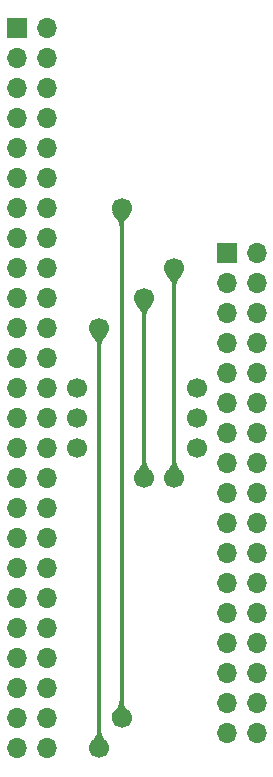
<source format=gbr>
%TF.GenerationSoftware,KiCad,Pcbnew,7.0.7-7.0.7~ubuntu22.04.1*%
%TF.CreationDate,2023-09-04T23:59:45-04:00*%
%TF.ProjectId,fd50to34,66643530-746f-4333-942e-6b696361645f,rev?*%
%TF.SameCoordinates,Original*%
%TF.FileFunction,Copper,L1,Top*%
%TF.FilePolarity,Positive*%
%FSLAX46Y46*%
G04 Gerber Fmt 4.6, Leading zero omitted, Abs format (unit mm)*
G04 Created by KiCad (PCBNEW 7.0.7-7.0.7~ubuntu22.04.1) date 2023-09-04 23:59:45*
%MOMM*%
%LPD*%
G01*
G04 APERTURE LIST*
%TA.AperFunction,ComponentPad*%
%ADD10R,1.700000X1.700000*%
%TD*%
%TA.AperFunction,ComponentPad*%
%ADD11O,1.700000X1.700000*%
%TD*%
%TA.AperFunction,ViaPad*%
%ADD12C,1.700000*%
%TD*%
%TA.AperFunction,Conductor*%
%ADD13C,0.350000*%
%TD*%
G04 APERTURE END LIST*
D10*
%TO.P,J2,1,GND*%
%TO.N,GND*%
X17780000Y-19050000D03*
D11*
%TO.P,J2,2,~{DCD}/~{REDWC}*%
%TO.N,Net-(J1-~{DSKCHG})*%
X20320000Y-19050000D03*
%TO.P,J2,3,GND*%
%TO.N,GND*%
X17780000Y-21590000D03*
%TO.P,J2,4,~{INUSE}*%
%TO.N,unconnected-(J2-~{INUSE}-Pad4)*%
X20320000Y-21590000D03*
%TO.P,J2,5,GND*%
%TO.N,GND*%
X17780000Y-24130000D03*
%TO.P,J2,6,~{DS3}*%
%TO.N,Net-(J1-~{DS3})*%
X20320000Y-24130000D03*
%TO.P,J2,7,GND*%
%TO.N,GND*%
X17780000Y-26670000D03*
%TO.P,J2,8,~{INDEX}*%
%TO.N,Net-(J1-~{INDEX})*%
X20320000Y-26670000D03*
%TO.P,J2,9,GND*%
%TO.N,GND*%
X17780000Y-29210000D03*
%TO.P,J2,10,~{DS0}/~{MOTEA}*%
%TO.N,Net-(J1-~{DS0})*%
X20320000Y-29210000D03*
%TO.P,J2,11,GND*%
%TO.N,GND*%
X17780000Y-31750000D03*
%TO.P,J2,12,~{DS1}/~{DRVSB}*%
%TO.N,Net-(J1-~{DS1})*%
X20320000Y-31750000D03*
%TO.P,J2,13,GND*%
%TO.N,GND*%
X17780000Y-34290000D03*
%TO.P,J2,14,~{DS2}/~{DRVSA}*%
%TO.N,Net-(J1-~{DS2})*%
X20320000Y-34290000D03*
%TO.P,J2,15,GND*%
%TO.N,GND*%
X17780000Y-36830000D03*
%TO.P,J2,16,~{MTRON}/~{MOTEB}*%
%TO.N,Net-(J1-~{HLD})*%
X20320000Y-36830000D03*
%TO.P,J2,17,GND*%
%TO.N,GND*%
X17780000Y-39370000D03*
%TO.P,J2,18,~{DIR}*%
%TO.N,Net-(J1-~{DIR})*%
X20320000Y-39370000D03*
%TO.P,J2,19,GND*%
%TO.N,GND*%
X17780000Y-41910000D03*
%TO.P,J2,20,~{STEP}*%
%TO.N,Net-(J1-~{STEP})*%
X20320000Y-41910000D03*
%TO.P,J2,21,GND*%
%TO.N,GND*%
X17780000Y-44450000D03*
%TO.P,J2,22,~{WDATA}*%
%TO.N,Net-(J1-~{WDATA})*%
X20320000Y-44450000D03*
%TO.P,J2,23,GND*%
%TO.N,GND*%
X17780000Y-46990000D03*
%TO.P,J2,24,~{WGATE}*%
%TO.N,Net-(J1-~{WGATE})*%
X20320000Y-46990000D03*
%TO.P,J2,25,GND*%
%TO.N,GND*%
X17780000Y-49530000D03*
%TO.P,J2,26,~{TRK00}*%
%TO.N,Net-(J1-~{TRK00})*%
X20320000Y-49530000D03*
%TO.P,J2,27,GND*%
%TO.N,GND*%
X17780000Y-52070000D03*
%TO.P,J2,28,~{WPT}*%
%TO.N,Net-(J1-~{WPT})*%
X20320000Y-52070000D03*
%TO.P,J2,29,GND*%
%TO.N,GND*%
X17780000Y-54610000D03*
%TO.P,J2,30,~{RDATA}*%
%TO.N,Net-(J1-~{RDATA})*%
X20320000Y-54610000D03*
%TO.P,J2,31,GND*%
%TO.N,GND*%
X17780000Y-57150000D03*
%TO.P,J2,32,~{SIDE1}*%
%TO.N,Net-(J1-~{SIDE1})*%
X20320000Y-57150000D03*
%TO.P,J2,33,GND*%
%TO.N,GND*%
X17780000Y-59690000D03*
%TO.P,J2,34,~{RDY}/~{DSKCHG}*%
%TO.N,Net-(J1-~{READY})*%
X20320000Y-59690000D03*
%TD*%
D10*
%TO.P,J1,1,GND*%
%TO.N,GND*%
X0Y0D03*
D11*
%TO.P,J1,2,/~{REDWC}*%
%TO.N,unconnected-(J1-{slash}~{REDWC}-Pad2)*%
X2540000Y0D03*
%TO.P,J1,3,GND*%
%TO.N,GND*%
X0Y-2540000D03*
%TO.P,J1,4,~{MTROFF0}*%
%TO.N,unconnected-(J1-~{MTROFF0}-Pad4)*%
X2540000Y-2540000D03*
%TO.P,J1,5,GND*%
%TO.N,GND*%
X0Y-5080000D03*
%TO.P,J1,6,~{MTROFF1}*%
%TO.N,unconnected-(J1-~{MTROFF1}-Pad6)*%
X2540000Y-5080000D03*
%TO.P,J1,7,GND*%
%TO.N,GND*%
X0Y-7620000D03*
%TO.P,J1,8,~{MTROFF2}*%
%TO.N,unconnected-(J1-~{MTROFF2}-Pad8)*%
X2540000Y-7620000D03*
%TO.P,J1,9,GND*%
%TO.N,GND*%
X0Y-10160000D03*
%TO.P,J1,10,~{FD2S}*%
X2540000Y-10160000D03*
%TO.P,J1,11,GND*%
X0Y-12700000D03*
%TO.P,J1,12,~{DSKCHG}*%
%TO.N,Net-(J1-~{DSKCHG})*%
X2540000Y-12700000D03*
%TO.P,J1,13,GND*%
%TO.N,GND*%
X0Y-15240000D03*
%TO.P,J1,14,~{SIDE1}*%
%TO.N,Net-(J1-~{SIDE1})*%
X2540000Y-15240000D03*
%TO.P,J1,15,GND*%
%TO.N,GND*%
X0Y-17780000D03*
%TO.P,J1,16,~{INUSE}/~{DLOCK}*%
%TO.N,unconnected-(J1-~{INUSE}{slash}~{DLOCK}-Pad16)*%
X2540000Y-17780000D03*
%TO.P,J1,17,GND*%
%TO.N,GND*%
X0Y-20320000D03*
%TO.P,J1,18,~{HLD}*%
%TO.N,Net-(J1-~{HLD})*%
X2540000Y-20320000D03*
%TO.P,J1,19,GND*%
%TO.N,GND*%
X0Y-22860000D03*
%TO.P,J1,20,~{INDEX}*%
%TO.N,Net-(J1-~{INDEX})*%
X2540000Y-22860000D03*
%TO.P,J1,21,GND*%
%TO.N,GND*%
X0Y-25400000D03*
%TO.P,J1,22,~{READY}*%
%TO.N,Net-(J1-~{READY})*%
X2540000Y-25400000D03*
%TO.P,J1,23,GND*%
%TO.N,GND*%
X0Y-27940000D03*
%TO.P,J1,24,~{SECTOR}/~{MTROFF3}*%
%TO.N,unconnected-(J1-~{SECTOR}{slash}~{MTROFF3}-Pad24)*%
X2540000Y-27940000D03*
%TO.P,J1,25,GND*%
%TO.N,GND*%
X0Y-30480000D03*
%TO.P,J1,26,~{DS0}*%
%TO.N,Net-(J1-~{DS0})*%
X2540000Y-30480000D03*
%TO.P,J1,27,GND*%
%TO.N,GND*%
X0Y-33020000D03*
%TO.P,J1,28,~{DS1}*%
%TO.N,Net-(J1-~{DS1})*%
X2540000Y-33020000D03*
%TO.P,J1,29,GND*%
%TO.N,GND*%
X0Y-35560000D03*
%TO.P,J1,30,~{DS2}*%
%TO.N,Net-(J1-~{DS2})*%
X2540000Y-35560000D03*
%TO.P,J1,31,GND*%
%TO.N,GND*%
X0Y-38100000D03*
%TO.P,J1,32,~{DS3}*%
%TO.N,Net-(J1-~{DS3})*%
X2540000Y-38100000D03*
%TO.P,J1,33,GND*%
%TO.N,GND*%
X0Y-40640000D03*
%TO.P,J1,34,~{DIR}*%
%TO.N,Net-(J1-~{DIR})*%
X2540000Y-40640000D03*
%TO.P,J1,35,GND*%
%TO.N,GND*%
X0Y-43180000D03*
%TO.P,J1,36,~{STEP}*%
%TO.N,Net-(J1-~{STEP})*%
X2540000Y-43180000D03*
%TO.P,J1,37,GND*%
%TO.N,GND*%
X0Y-45720000D03*
%TO.P,J1,38,~{WDATA}*%
%TO.N,Net-(J1-~{WDATA})*%
X2540000Y-45720000D03*
%TO.P,J1,39,GND*%
%TO.N,GND*%
X0Y-48260000D03*
%TO.P,J1,40,~{WGATE}*%
%TO.N,Net-(J1-~{WGATE})*%
X2540000Y-48260000D03*
%TO.P,J1,41,GND*%
%TO.N,GND*%
X0Y-50800000D03*
%TO.P,J1,42,~{TRK00}*%
%TO.N,Net-(J1-~{TRK00})*%
X2540000Y-50800000D03*
%TO.P,J1,43,GND*%
%TO.N,GND*%
X0Y-53340000D03*
%TO.P,J1,44,~{WPT}*%
%TO.N,Net-(J1-~{WPT})*%
X2540000Y-53340000D03*
%TO.P,J1,45,GND*%
%TO.N,GND*%
X0Y-55880000D03*
%TO.P,J1,46,~{RDATA}*%
%TO.N,Net-(J1-~{RDATA})*%
X2540000Y-55880000D03*
%TO.P,J1,47,GND*%
%TO.N,GND*%
X0Y-58420000D03*
%TO.P,J1,48,~{SEPDATA}*%
%TO.N,unconnected-(J1-~{SEPDATA}-Pad48)*%
X2540000Y-58420000D03*
%TO.P,J1,49,GND*%
%TO.N,GND*%
X0Y-60960000D03*
%TO.P,J1,50,~{SEPCLOCK}*%
%TO.N,unconnected-(J1-~{SEPCLOCK}-Pad50)*%
X2540000Y-60960000D03*
%TD*%
D12*
%TO.N,Net-(J1-~{HLD})*%
X13335000Y-20320000D03*
X13335000Y-38100000D03*
%TO.N,Net-(J1-~{DS2})*%
X15240000Y-35560000D03*
X5080000Y-35560000D03*
%TO.N,Net-(J1-~{DS1})*%
X15240000Y-33020000D03*
X5080000Y-33020000D03*
%TO.N,Net-(J1-~{DS0})*%
X15240000Y-30480000D03*
X5080000Y-30480000D03*
%TO.N,Net-(J1-~{DS3})*%
X10795000Y-38100000D03*
X10795000Y-22860000D03*
%TO.N,Net-(J1-~{READY})*%
X6985000Y-25400000D03*
X6985000Y-60960000D03*
%TO.N,Net-(J1-~{SIDE1})*%
X8890000Y-15240000D03*
X8890000Y-58420000D03*
%TD*%
D13*
%TO.N,Net-(J1-~{DS3})*%
X10795000Y-22860000D02*
X10795000Y-38100000D01*
%TO.N,Net-(J1-~{HLD})*%
X13335000Y-38100000D02*
X13335000Y-20320000D01*
%TO.N,Net-(J1-~{READY})*%
X6985000Y-60960000D02*
X6985000Y-25400000D01*
%TO.N,Net-(J1-~{SIDE1})*%
X8890000Y-15240000D02*
X8890000Y-58420000D01*
%TD*%
%TA.AperFunction,Conductor*%
%TO.N,Net-(J1-~{DS3})*%
G36*
X10967884Y-36573427D02*
G01*
X10971229Y-36580317D01*
X11008663Y-36894690D01*
X11008663Y-36894691D01*
X11008664Y-36894694D01*
X11110404Y-37106098D01*
X11110405Y-37106099D01*
X11110406Y-37106101D01*
X11253842Y-37275627D01*
X11416887Y-37473829D01*
X11418136Y-37475685D01*
X11574113Y-37763314D01*
X11575044Y-37772220D01*
X11569405Y-37779176D01*
X11568317Y-37779696D01*
X10799489Y-38099134D01*
X10790534Y-38099143D01*
X10790511Y-38099134D01*
X10021682Y-37779696D01*
X10015357Y-37773357D01*
X10015366Y-37764402D01*
X10015880Y-37763325D01*
X10171867Y-37475676D01*
X10173104Y-37473838D01*
X10336157Y-37275627D01*
X10479595Y-37106098D01*
X10581335Y-36894694D01*
X10618771Y-36580316D01*
X10623152Y-36572507D01*
X10630389Y-36570000D01*
X10959611Y-36570000D01*
X10967884Y-36573427D01*
G37*
%TD.AperFunction*%
%TD*%
%TA.AperFunction,Conductor*%
%TO.N,Net-(J1-~{DS3})*%
G36*
X10799488Y-22860865D02*
G01*
X11568317Y-23180303D01*
X11574642Y-23186642D01*
X11574633Y-23195597D01*
X11574113Y-23196685D01*
X11418136Y-23484313D01*
X11416887Y-23486169D01*
X11253842Y-23684372D01*
X11110406Y-23853896D01*
X11008663Y-24065307D01*
X10971229Y-24379683D01*
X10966848Y-24387493D01*
X10959611Y-24390000D01*
X10630389Y-24390000D01*
X10622116Y-24386573D01*
X10618771Y-24379683D01*
X10581335Y-24065307D01*
X10581335Y-24065304D01*
X10479595Y-23853900D01*
X10336157Y-23684372D01*
X10173108Y-23486165D01*
X10171865Y-23484317D01*
X10015885Y-23196684D01*
X10014955Y-23187779D01*
X10020594Y-23180823D01*
X10021674Y-23180306D01*
X10790511Y-22860864D01*
X10799465Y-22860856D01*
X10799488Y-22860865D01*
G37*
%TD.AperFunction*%
%TD*%
%TA.AperFunction,Conductor*%
%TO.N,Net-(J1-~{HLD})*%
G36*
X13339489Y-20320865D02*
G01*
X14108317Y-20640303D01*
X14114642Y-20646642D01*
X14114633Y-20655597D01*
X14114113Y-20656685D01*
X13958136Y-20944313D01*
X13956887Y-20946169D01*
X13793842Y-21144372D01*
X13650406Y-21313896D01*
X13548663Y-21525307D01*
X13511229Y-21839683D01*
X13506848Y-21847493D01*
X13499611Y-21850000D01*
X13170389Y-21850000D01*
X13162116Y-21846573D01*
X13158771Y-21839683D01*
X13121335Y-21525307D01*
X13121335Y-21525304D01*
X13019595Y-21313900D01*
X12876157Y-21144372D01*
X12713108Y-20946165D01*
X12711865Y-20944317D01*
X12555885Y-20656684D01*
X12554955Y-20647779D01*
X12560594Y-20640823D01*
X12561674Y-20640306D01*
X13330511Y-20320864D01*
X13339466Y-20320856D01*
X13339489Y-20320865D01*
G37*
%TD.AperFunction*%
%TD*%
%TA.AperFunction,Conductor*%
%TO.N,Net-(J1-~{HLD})*%
G36*
X13507884Y-36573427D02*
G01*
X13511229Y-36580317D01*
X13548663Y-36894690D01*
X13548663Y-36894691D01*
X13548664Y-36894694D01*
X13650404Y-37106098D01*
X13650405Y-37106099D01*
X13650406Y-37106101D01*
X13793842Y-37275627D01*
X13956887Y-37473829D01*
X13958136Y-37475685D01*
X14114113Y-37763314D01*
X14115044Y-37772220D01*
X14109405Y-37779176D01*
X14108317Y-37779696D01*
X13339489Y-38099134D01*
X13330534Y-38099143D01*
X13330511Y-38099134D01*
X12561682Y-37779696D01*
X12555357Y-37773357D01*
X12555366Y-37764402D01*
X12555880Y-37763325D01*
X12711867Y-37475676D01*
X12713104Y-37473838D01*
X12876157Y-37275627D01*
X13019595Y-37106098D01*
X13121335Y-36894694D01*
X13158771Y-36580316D01*
X13163152Y-36572507D01*
X13170389Y-36570000D01*
X13499611Y-36570000D01*
X13507884Y-36573427D01*
G37*
%TD.AperFunction*%
%TD*%
%TA.AperFunction,Conductor*%
%TO.N,Net-(J1-~{READY})*%
G36*
X6989488Y-25400865D02*
G01*
X7758317Y-25720303D01*
X7764642Y-25726642D01*
X7764633Y-25735597D01*
X7764113Y-25736685D01*
X7608136Y-26024313D01*
X7606887Y-26026169D01*
X7443842Y-26224372D01*
X7300406Y-26393896D01*
X7198663Y-26605307D01*
X7161229Y-26919683D01*
X7156848Y-26927493D01*
X7149611Y-26930000D01*
X6820389Y-26930000D01*
X6812116Y-26926573D01*
X6808771Y-26919683D01*
X6771335Y-26605307D01*
X6771335Y-26605304D01*
X6669595Y-26393900D01*
X6526157Y-26224372D01*
X6363108Y-26026165D01*
X6361865Y-26024317D01*
X6205885Y-25736684D01*
X6204955Y-25727779D01*
X6210594Y-25720823D01*
X6211674Y-25720306D01*
X6980511Y-25400864D01*
X6989465Y-25400856D01*
X6989488Y-25400865D01*
G37*
%TD.AperFunction*%
%TD*%
%TA.AperFunction,Conductor*%
%TO.N,Net-(J1-~{READY})*%
G36*
X7157884Y-59433427D02*
G01*
X7161229Y-59440317D01*
X7198663Y-59754690D01*
X7198663Y-59754691D01*
X7198664Y-59754694D01*
X7300404Y-59966098D01*
X7300405Y-59966099D01*
X7300406Y-59966101D01*
X7443842Y-60135627D01*
X7606887Y-60333829D01*
X7608136Y-60335685D01*
X7764113Y-60623314D01*
X7765044Y-60632220D01*
X7759405Y-60639176D01*
X7758317Y-60639696D01*
X6989489Y-60959134D01*
X6980534Y-60959143D01*
X6980511Y-60959134D01*
X6211682Y-60639696D01*
X6205357Y-60633357D01*
X6205366Y-60624402D01*
X6205880Y-60623325D01*
X6361867Y-60335676D01*
X6363104Y-60333838D01*
X6526157Y-60135627D01*
X6669595Y-59966098D01*
X6771335Y-59754694D01*
X6808771Y-59440316D01*
X6813152Y-59432507D01*
X6820389Y-59430000D01*
X7149611Y-59430000D01*
X7157884Y-59433427D01*
G37*
%TD.AperFunction*%
%TD*%
%TA.AperFunction,Conductor*%
%TO.N,Net-(J1-~{SIDE1})*%
G36*
X8894489Y-15240865D02*
G01*
X9663317Y-15560303D01*
X9669642Y-15566642D01*
X9669633Y-15575597D01*
X9669113Y-15576685D01*
X9513136Y-15864313D01*
X9511887Y-15866169D01*
X9348842Y-16064372D01*
X9205406Y-16233896D01*
X9103663Y-16445307D01*
X9066229Y-16759683D01*
X9061848Y-16767493D01*
X9054611Y-16770000D01*
X8725389Y-16770000D01*
X8717116Y-16766573D01*
X8713771Y-16759683D01*
X8676335Y-16445307D01*
X8676335Y-16445304D01*
X8574595Y-16233900D01*
X8431157Y-16064372D01*
X8268108Y-15866165D01*
X8266865Y-15864317D01*
X8110885Y-15576684D01*
X8109955Y-15567779D01*
X8115594Y-15560823D01*
X8116674Y-15560306D01*
X8885511Y-15240864D01*
X8894466Y-15240856D01*
X8894489Y-15240865D01*
G37*
%TD.AperFunction*%
%TD*%
%TA.AperFunction,Conductor*%
%TO.N,Net-(J1-~{SIDE1})*%
G36*
X9062884Y-56893427D02*
G01*
X9066229Y-56900317D01*
X9103663Y-57214690D01*
X9103663Y-57214691D01*
X9103664Y-57214694D01*
X9205404Y-57426098D01*
X9205405Y-57426099D01*
X9205406Y-57426101D01*
X9348842Y-57595627D01*
X9511887Y-57793829D01*
X9513136Y-57795685D01*
X9669113Y-58083314D01*
X9670044Y-58092220D01*
X9664405Y-58099176D01*
X9663317Y-58099696D01*
X8894489Y-58419134D01*
X8885534Y-58419143D01*
X8885511Y-58419134D01*
X8116682Y-58099696D01*
X8110357Y-58093357D01*
X8110366Y-58084402D01*
X8110880Y-58083325D01*
X8266867Y-57795676D01*
X8268104Y-57793838D01*
X8431157Y-57595627D01*
X8574595Y-57426098D01*
X8676335Y-57214694D01*
X8713771Y-56900316D01*
X8718152Y-56892507D01*
X8725389Y-56890000D01*
X9054611Y-56890000D01*
X9062884Y-56893427D01*
G37*
%TD.AperFunction*%
%TD*%
M02*

</source>
